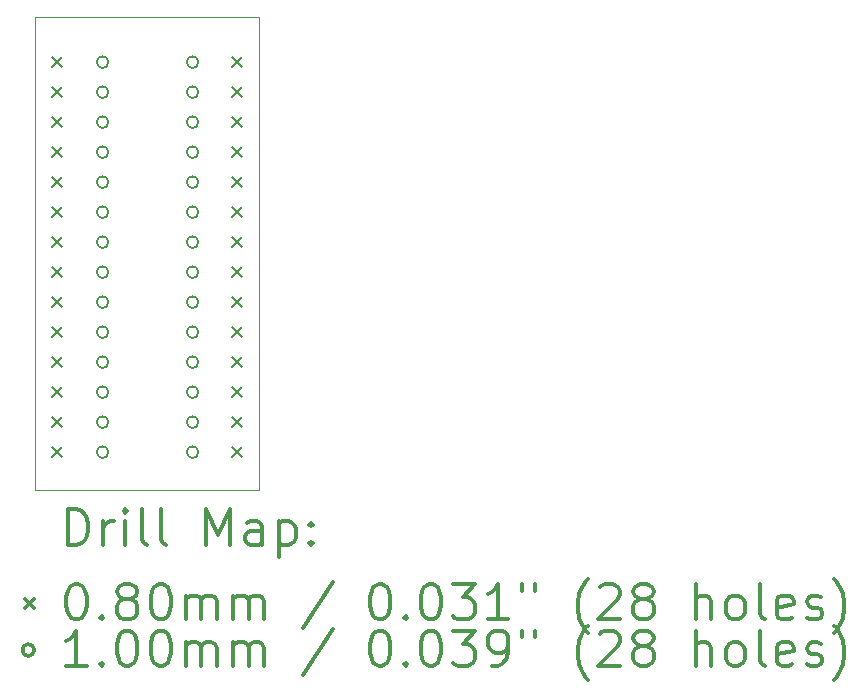
<source format=gbr>
%FSLAX45Y45*%
G04 Gerber Fmt 4.5, Leading zero omitted, Abs format (unit mm)*
G04 Created by KiCad (PCBNEW (5.1.9)-1) date 2021-11-21 23:01:41*
%MOMM*%
%LPD*%
G01*
G04 APERTURE LIST*
%TA.AperFunction,Profile*%
%ADD10C,0.050000*%
%TD*%
%ADD11C,0.200000*%
%ADD12C,0.300000*%
G04 APERTURE END LIST*
D10*
X13900000Y-9900000D02*
X13900000Y-5900000D01*
X15800000Y-9900000D02*
X13900000Y-9900000D01*
X15800000Y-5900000D02*
X15800000Y-9900000D01*
X13900000Y-5900000D02*
X15800000Y-5900000D01*
D11*
X14050000Y-6240000D02*
X14130000Y-6320000D01*
X14130000Y-6240000D02*
X14050000Y-6320000D01*
X14050000Y-6494000D02*
X14130000Y-6574000D01*
X14130000Y-6494000D02*
X14050000Y-6574000D01*
X14050000Y-6748000D02*
X14130000Y-6828000D01*
X14130000Y-6748000D02*
X14050000Y-6828000D01*
X14050000Y-7002000D02*
X14130000Y-7082000D01*
X14130000Y-7002000D02*
X14050000Y-7082000D01*
X14050000Y-7256000D02*
X14130000Y-7336000D01*
X14130000Y-7256000D02*
X14050000Y-7336000D01*
X14050000Y-7510000D02*
X14130000Y-7590000D01*
X14130000Y-7510000D02*
X14050000Y-7590000D01*
X14050000Y-7764000D02*
X14130000Y-7844000D01*
X14130000Y-7764000D02*
X14050000Y-7844000D01*
X14050000Y-8018000D02*
X14130000Y-8098000D01*
X14130000Y-8018000D02*
X14050000Y-8098000D01*
X14050000Y-8272000D02*
X14130000Y-8352000D01*
X14130000Y-8272000D02*
X14050000Y-8352000D01*
X14050000Y-8526000D02*
X14130000Y-8606000D01*
X14130000Y-8526000D02*
X14050000Y-8606000D01*
X14050000Y-8780000D02*
X14130000Y-8860000D01*
X14130000Y-8780000D02*
X14050000Y-8860000D01*
X14050000Y-9034000D02*
X14130000Y-9114000D01*
X14130000Y-9034000D02*
X14050000Y-9114000D01*
X14050000Y-9288000D02*
X14130000Y-9368000D01*
X14130000Y-9288000D02*
X14050000Y-9368000D01*
X14050000Y-9542000D02*
X14130000Y-9622000D01*
X14130000Y-9542000D02*
X14050000Y-9622000D01*
X15574000Y-6240000D02*
X15654000Y-6320000D01*
X15654000Y-6240000D02*
X15574000Y-6320000D01*
X15574000Y-6494000D02*
X15654000Y-6574000D01*
X15654000Y-6494000D02*
X15574000Y-6574000D01*
X15574000Y-6748000D02*
X15654000Y-6828000D01*
X15654000Y-6748000D02*
X15574000Y-6828000D01*
X15574000Y-7002000D02*
X15654000Y-7082000D01*
X15654000Y-7002000D02*
X15574000Y-7082000D01*
X15574000Y-7256000D02*
X15654000Y-7336000D01*
X15654000Y-7256000D02*
X15574000Y-7336000D01*
X15574000Y-7510000D02*
X15654000Y-7590000D01*
X15654000Y-7510000D02*
X15574000Y-7590000D01*
X15574000Y-7764000D02*
X15654000Y-7844000D01*
X15654000Y-7764000D02*
X15574000Y-7844000D01*
X15574000Y-8018000D02*
X15654000Y-8098000D01*
X15654000Y-8018000D02*
X15574000Y-8098000D01*
X15574000Y-8272000D02*
X15654000Y-8352000D01*
X15654000Y-8272000D02*
X15574000Y-8352000D01*
X15574000Y-8526000D02*
X15654000Y-8606000D01*
X15654000Y-8526000D02*
X15574000Y-8606000D01*
X15574000Y-8780000D02*
X15654000Y-8860000D01*
X15654000Y-8780000D02*
X15574000Y-8860000D01*
X15574000Y-9034000D02*
X15654000Y-9114000D01*
X15654000Y-9034000D02*
X15574000Y-9114000D01*
X15574000Y-9288000D02*
X15654000Y-9368000D01*
X15654000Y-9288000D02*
X15574000Y-9368000D01*
X15574000Y-9542000D02*
X15654000Y-9622000D01*
X15654000Y-9542000D02*
X15574000Y-9622000D01*
X14526000Y-6280000D02*
G75*
G03*
X14526000Y-6280000I-50000J0D01*
G01*
X14526000Y-6534000D02*
G75*
G03*
X14526000Y-6534000I-50000J0D01*
G01*
X14526000Y-6788000D02*
G75*
G03*
X14526000Y-6788000I-50000J0D01*
G01*
X14526000Y-7042000D02*
G75*
G03*
X14526000Y-7042000I-50000J0D01*
G01*
X14526000Y-7296000D02*
G75*
G03*
X14526000Y-7296000I-50000J0D01*
G01*
X14526000Y-7550000D02*
G75*
G03*
X14526000Y-7550000I-50000J0D01*
G01*
X14526000Y-7804000D02*
G75*
G03*
X14526000Y-7804000I-50000J0D01*
G01*
X14526000Y-8058000D02*
G75*
G03*
X14526000Y-8058000I-50000J0D01*
G01*
X14526000Y-8312000D02*
G75*
G03*
X14526000Y-8312000I-50000J0D01*
G01*
X14526000Y-8566000D02*
G75*
G03*
X14526000Y-8566000I-50000J0D01*
G01*
X14526000Y-8820000D02*
G75*
G03*
X14526000Y-8820000I-50000J0D01*
G01*
X14526000Y-9074000D02*
G75*
G03*
X14526000Y-9074000I-50000J0D01*
G01*
X14526000Y-9328000D02*
G75*
G03*
X14526000Y-9328000I-50000J0D01*
G01*
X14526000Y-9582000D02*
G75*
G03*
X14526000Y-9582000I-50000J0D01*
G01*
X15288000Y-6280000D02*
G75*
G03*
X15288000Y-6280000I-50000J0D01*
G01*
X15288000Y-6534000D02*
G75*
G03*
X15288000Y-6534000I-50000J0D01*
G01*
X15288000Y-6788000D02*
G75*
G03*
X15288000Y-6788000I-50000J0D01*
G01*
X15288000Y-7042000D02*
G75*
G03*
X15288000Y-7042000I-50000J0D01*
G01*
X15288000Y-7296000D02*
G75*
G03*
X15288000Y-7296000I-50000J0D01*
G01*
X15288000Y-7550000D02*
G75*
G03*
X15288000Y-7550000I-50000J0D01*
G01*
X15288000Y-7804000D02*
G75*
G03*
X15288000Y-7804000I-50000J0D01*
G01*
X15288000Y-8058000D02*
G75*
G03*
X15288000Y-8058000I-50000J0D01*
G01*
X15288000Y-8312000D02*
G75*
G03*
X15288000Y-8312000I-50000J0D01*
G01*
X15288000Y-8566000D02*
G75*
G03*
X15288000Y-8566000I-50000J0D01*
G01*
X15288000Y-8820000D02*
G75*
G03*
X15288000Y-8820000I-50000J0D01*
G01*
X15288000Y-9074000D02*
G75*
G03*
X15288000Y-9074000I-50000J0D01*
G01*
X15288000Y-9328000D02*
G75*
G03*
X15288000Y-9328000I-50000J0D01*
G01*
X15288000Y-9582000D02*
G75*
G03*
X15288000Y-9582000I-50000J0D01*
G01*
D12*
X14183928Y-10368214D02*
X14183928Y-10068214D01*
X14255357Y-10068214D01*
X14298214Y-10082500D01*
X14326786Y-10111072D01*
X14341071Y-10139643D01*
X14355357Y-10196786D01*
X14355357Y-10239643D01*
X14341071Y-10296786D01*
X14326786Y-10325357D01*
X14298214Y-10353929D01*
X14255357Y-10368214D01*
X14183928Y-10368214D01*
X14483928Y-10368214D02*
X14483928Y-10168214D01*
X14483928Y-10225357D02*
X14498214Y-10196786D01*
X14512500Y-10182500D01*
X14541071Y-10168214D01*
X14569643Y-10168214D01*
X14669643Y-10368214D02*
X14669643Y-10168214D01*
X14669643Y-10068214D02*
X14655357Y-10082500D01*
X14669643Y-10096786D01*
X14683928Y-10082500D01*
X14669643Y-10068214D01*
X14669643Y-10096786D01*
X14855357Y-10368214D02*
X14826786Y-10353929D01*
X14812500Y-10325357D01*
X14812500Y-10068214D01*
X15012500Y-10368214D02*
X14983928Y-10353929D01*
X14969643Y-10325357D01*
X14969643Y-10068214D01*
X15355357Y-10368214D02*
X15355357Y-10068214D01*
X15455357Y-10282500D01*
X15555357Y-10068214D01*
X15555357Y-10368214D01*
X15826786Y-10368214D02*
X15826786Y-10211072D01*
X15812500Y-10182500D01*
X15783928Y-10168214D01*
X15726786Y-10168214D01*
X15698214Y-10182500D01*
X15826786Y-10353929D02*
X15798214Y-10368214D01*
X15726786Y-10368214D01*
X15698214Y-10353929D01*
X15683928Y-10325357D01*
X15683928Y-10296786D01*
X15698214Y-10268214D01*
X15726786Y-10253929D01*
X15798214Y-10253929D01*
X15826786Y-10239643D01*
X15969643Y-10168214D02*
X15969643Y-10468214D01*
X15969643Y-10182500D02*
X15998214Y-10168214D01*
X16055357Y-10168214D01*
X16083928Y-10182500D01*
X16098214Y-10196786D01*
X16112500Y-10225357D01*
X16112500Y-10311072D01*
X16098214Y-10339643D01*
X16083928Y-10353929D01*
X16055357Y-10368214D01*
X15998214Y-10368214D01*
X15969643Y-10353929D01*
X16241071Y-10339643D02*
X16255357Y-10353929D01*
X16241071Y-10368214D01*
X16226786Y-10353929D01*
X16241071Y-10339643D01*
X16241071Y-10368214D01*
X16241071Y-10182500D02*
X16255357Y-10196786D01*
X16241071Y-10211072D01*
X16226786Y-10196786D01*
X16241071Y-10182500D01*
X16241071Y-10211072D01*
X13817500Y-10822500D02*
X13897500Y-10902500D01*
X13897500Y-10822500D02*
X13817500Y-10902500D01*
X14241071Y-10698214D02*
X14269643Y-10698214D01*
X14298214Y-10712500D01*
X14312500Y-10726786D01*
X14326786Y-10755357D01*
X14341071Y-10812500D01*
X14341071Y-10883929D01*
X14326786Y-10941072D01*
X14312500Y-10969643D01*
X14298214Y-10983929D01*
X14269643Y-10998214D01*
X14241071Y-10998214D01*
X14212500Y-10983929D01*
X14198214Y-10969643D01*
X14183928Y-10941072D01*
X14169643Y-10883929D01*
X14169643Y-10812500D01*
X14183928Y-10755357D01*
X14198214Y-10726786D01*
X14212500Y-10712500D01*
X14241071Y-10698214D01*
X14469643Y-10969643D02*
X14483928Y-10983929D01*
X14469643Y-10998214D01*
X14455357Y-10983929D01*
X14469643Y-10969643D01*
X14469643Y-10998214D01*
X14655357Y-10826786D02*
X14626786Y-10812500D01*
X14612500Y-10798214D01*
X14598214Y-10769643D01*
X14598214Y-10755357D01*
X14612500Y-10726786D01*
X14626786Y-10712500D01*
X14655357Y-10698214D01*
X14712500Y-10698214D01*
X14741071Y-10712500D01*
X14755357Y-10726786D01*
X14769643Y-10755357D01*
X14769643Y-10769643D01*
X14755357Y-10798214D01*
X14741071Y-10812500D01*
X14712500Y-10826786D01*
X14655357Y-10826786D01*
X14626786Y-10841072D01*
X14612500Y-10855357D01*
X14598214Y-10883929D01*
X14598214Y-10941072D01*
X14612500Y-10969643D01*
X14626786Y-10983929D01*
X14655357Y-10998214D01*
X14712500Y-10998214D01*
X14741071Y-10983929D01*
X14755357Y-10969643D01*
X14769643Y-10941072D01*
X14769643Y-10883929D01*
X14755357Y-10855357D01*
X14741071Y-10841072D01*
X14712500Y-10826786D01*
X14955357Y-10698214D02*
X14983928Y-10698214D01*
X15012500Y-10712500D01*
X15026786Y-10726786D01*
X15041071Y-10755357D01*
X15055357Y-10812500D01*
X15055357Y-10883929D01*
X15041071Y-10941072D01*
X15026786Y-10969643D01*
X15012500Y-10983929D01*
X14983928Y-10998214D01*
X14955357Y-10998214D01*
X14926786Y-10983929D01*
X14912500Y-10969643D01*
X14898214Y-10941072D01*
X14883928Y-10883929D01*
X14883928Y-10812500D01*
X14898214Y-10755357D01*
X14912500Y-10726786D01*
X14926786Y-10712500D01*
X14955357Y-10698214D01*
X15183928Y-10998214D02*
X15183928Y-10798214D01*
X15183928Y-10826786D02*
X15198214Y-10812500D01*
X15226786Y-10798214D01*
X15269643Y-10798214D01*
X15298214Y-10812500D01*
X15312500Y-10841072D01*
X15312500Y-10998214D01*
X15312500Y-10841072D02*
X15326786Y-10812500D01*
X15355357Y-10798214D01*
X15398214Y-10798214D01*
X15426786Y-10812500D01*
X15441071Y-10841072D01*
X15441071Y-10998214D01*
X15583928Y-10998214D02*
X15583928Y-10798214D01*
X15583928Y-10826786D02*
X15598214Y-10812500D01*
X15626786Y-10798214D01*
X15669643Y-10798214D01*
X15698214Y-10812500D01*
X15712500Y-10841072D01*
X15712500Y-10998214D01*
X15712500Y-10841072D02*
X15726786Y-10812500D01*
X15755357Y-10798214D01*
X15798214Y-10798214D01*
X15826786Y-10812500D01*
X15841071Y-10841072D01*
X15841071Y-10998214D01*
X16426786Y-10683929D02*
X16169643Y-11069643D01*
X16812500Y-10698214D02*
X16841071Y-10698214D01*
X16869643Y-10712500D01*
X16883928Y-10726786D01*
X16898214Y-10755357D01*
X16912500Y-10812500D01*
X16912500Y-10883929D01*
X16898214Y-10941072D01*
X16883928Y-10969643D01*
X16869643Y-10983929D01*
X16841071Y-10998214D01*
X16812500Y-10998214D01*
X16783928Y-10983929D01*
X16769643Y-10969643D01*
X16755357Y-10941072D01*
X16741071Y-10883929D01*
X16741071Y-10812500D01*
X16755357Y-10755357D01*
X16769643Y-10726786D01*
X16783928Y-10712500D01*
X16812500Y-10698214D01*
X17041071Y-10969643D02*
X17055357Y-10983929D01*
X17041071Y-10998214D01*
X17026786Y-10983929D01*
X17041071Y-10969643D01*
X17041071Y-10998214D01*
X17241071Y-10698214D02*
X17269643Y-10698214D01*
X17298214Y-10712500D01*
X17312500Y-10726786D01*
X17326786Y-10755357D01*
X17341071Y-10812500D01*
X17341071Y-10883929D01*
X17326786Y-10941072D01*
X17312500Y-10969643D01*
X17298214Y-10983929D01*
X17269643Y-10998214D01*
X17241071Y-10998214D01*
X17212500Y-10983929D01*
X17198214Y-10969643D01*
X17183928Y-10941072D01*
X17169643Y-10883929D01*
X17169643Y-10812500D01*
X17183928Y-10755357D01*
X17198214Y-10726786D01*
X17212500Y-10712500D01*
X17241071Y-10698214D01*
X17441071Y-10698214D02*
X17626786Y-10698214D01*
X17526786Y-10812500D01*
X17569643Y-10812500D01*
X17598214Y-10826786D01*
X17612500Y-10841072D01*
X17626786Y-10869643D01*
X17626786Y-10941072D01*
X17612500Y-10969643D01*
X17598214Y-10983929D01*
X17569643Y-10998214D01*
X17483928Y-10998214D01*
X17455357Y-10983929D01*
X17441071Y-10969643D01*
X17912500Y-10998214D02*
X17741071Y-10998214D01*
X17826786Y-10998214D02*
X17826786Y-10698214D01*
X17798214Y-10741072D01*
X17769643Y-10769643D01*
X17741071Y-10783929D01*
X18026786Y-10698214D02*
X18026786Y-10755357D01*
X18141071Y-10698214D02*
X18141071Y-10755357D01*
X18583928Y-11112500D02*
X18569643Y-11098214D01*
X18541071Y-11055357D01*
X18526786Y-11026786D01*
X18512500Y-10983929D01*
X18498214Y-10912500D01*
X18498214Y-10855357D01*
X18512500Y-10783929D01*
X18526786Y-10741072D01*
X18541071Y-10712500D01*
X18569643Y-10669643D01*
X18583928Y-10655357D01*
X18683928Y-10726786D02*
X18698214Y-10712500D01*
X18726786Y-10698214D01*
X18798214Y-10698214D01*
X18826786Y-10712500D01*
X18841071Y-10726786D01*
X18855357Y-10755357D01*
X18855357Y-10783929D01*
X18841071Y-10826786D01*
X18669643Y-10998214D01*
X18855357Y-10998214D01*
X19026786Y-10826786D02*
X18998214Y-10812500D01*
X18983928Y-10798214D01*
X18969643Y-10769643D01*
X18969643Y-10755357D01*
X18983928Y-10726786D01*
X18998214Y-10712500D01*
X19026786Y-10698214D01*
X19083928Y-10698214D01*
X19112500Y-10712500D01*
X19126786Y-10726786D01*
X19141071Y-10755357D01*
X19141071Y-10769643D01*
X19126786Y-10798214D01*
X19112500Y-10812500D01*
X19083928Y-10826786D01*
X19026786Y-10826786D01*
X18998214Y-10841072D01*
X18983928Y-10855357D01*
X18969643Y-10883929D01*
X18969643Y-10941072D01*
X18983928Y-10969643D01*
X18998214Y-10983929D01*
X19026786Y-10998214D01*
X19083928Y-10998214D01*
X19112500Y-10983929D01*
X19126786Y-10969643D01*
X19141071Y-10941072D01*
X19141071Y-10883929D01*
X19126786Y-10855357D01*
X19112500Y-10841072D01*
X19083928Y-10826786D01*
X19498214Y-10998214D02*
X19498214Y-10698214D01*
X19626786Y-10998214D02*
X19626786Y-10841072D01*
X19612500Y-10812500D01*
X19583928Y-10798214D01*
X19541071Y-10798214D01*
X19512500Y-10812500D01*
X19498214Y-10826786D01*
X19812500Y-10998214D02*
X19783928Y-10983929D01*
X19769643Y-10969643D01*
X19755357Y-10941072D01*
X19755357Y-10855357D01*
X19769643Y-10826786D01*
X19783928Y-10812500D01*
X19812500Y-10798214D01*
X19855357Y-10798214D01*
X19883928Y-10812500D01*
X19898214Y-10826786D01*
X19912500Y-10855357D01*
X19912500Y-10941072D01*
X19898214Y-10969643D01*
X19883928Y-10983929D01*
X19855357Y-10998214D01*
X19812500Y-10998214D01*
X20083928Y-10998214D02*
X20055357Y-10983929D01*
X20041071Y-10955357D01*
X20041071Y-10698214D01*
X20312500Y-10983929D02*
X20283928Y-10998214D01*
X20226786Y-10998214D01*
X20198214Y-10983929D01*
X20183928Y-10955357D01*
X20183928Y-10841072D01*
X20198214Y-10812500D01*
X20226786Y-10798214D01*
X20283928Y-10798214D01*
X20312500Y-10812500D01*
X20326786Y-10841072D01*
X20326786Y-10869643D01*
X20183928Y-10898214D01*
X20441071Y-10983929D02*
X20469643Y-10998214D01*
X20526786Y-10998214D01*
X20555357Y-10983929D01*
X20569643Y-10955357D01*
X20569643Y-10941072D01*
X20555357Y-10912500D01*
X20526786Y-10898214D01*
X20483928Y-10898214D01*
X20455357Y-10883929D01*
X20441071Y-10855357D01*
X20441071Y-10841072D01*
X20455357Y-10812500D01*
X20483928Y-10798214D01*
X20526786Y-10798214D01*
X20555357Y-10812500D01*
X20669643Y-11112500D02*
X20683928Y-11098214D01*
X20712500Y-11055357D01*
X20726786Y-11026786D01*
X20741071Y-10983929D01*
X20755357Y-10912500D01*
X20755357Y-10855357D01*
X20741071Y-10783929D01*
X20726786Y-10741072D01*
X20712500Y-10712500D01*
X20683928Y-10669643D01*
X20669643Y-10655357D01*
X13897500Y-11258500D02*
G75*
G03*
X13897500Y-11258500I-50000J0D01*
G01*
X14341071Y-11394214D02*
X14169643Y-11394214D01*
X14255357Y-11394214D02*
X14255357Y-11094214D01*
X14226786Y-11137072D01*
X14198214Y-11165643D01*
X14169643Y-11179929D01*
X14469643Y-11365643D02*
X14483928Y-11379929D01*
X14469643Y-11394214D01*
X14455357Y-11379929D01*
X14469643Y-11365643D01*
X14469643Y-11394214D01*
X14669643Y-11094214D02*
X14698214Y-11094214D01*
X14726786Y-11108500D01*
X14741071Y-11122786D01*
X14755357Y-11151357D01*
X14769643Y-11208500D01*
X14769643Y-11279929D01*
X14755357Y-11337071D01*
X14741071Y-11365643D01*
X14726786Y-11379929D01*
X14698214Y-11394214D01*
X14669643Y-11394214D01*
X14641071Y-11379929D01*
X14626786Y-11365643D01*
X14612500Y-11337071D01*
X14598214Y-11279929D01*
X14598214Y-11208500D01*
X14612500Y-11151357D01*
X14626786Y-11122786D01*
X14641071Y-11108500D01*
X14669643Y-11094214D01*
X14955357Y-11094214D02*
X14983928Y-11094214D01*
X15012500Y-11108500D01*
X15026786Y-11122786D01*
X15041071Y-11151357D01*
X15055357Y-11208500D01*
X15055357Y-11279929D01*
X15041071Y-11337071D01*
X15026786Y-11365643D01*
X15012500Y-11379929D01*
X14983928Y-11394214D01*
X14955357Y-11394214D01*
X14926786Y-11379929D01*
X14912500Y-11365643D01*
X14898214Y-11337071D01*
X14883928Y-11279929D01*
X14883928Y-11208500D01*
X14898214Y-11151357D01*
X14912500Y-11122786D01*
X14926786Y-11108500D01*
X14955357Y-11094214D01*
X15183928Y-11394214D02*
X15183928Y-11194214D01*
X15183928Y-11222786D02*
X15198214Y-11208500D01*
X15226786Y-11194214D01*
X15269643Y-11194214D01*
X15298214Y-11208500D01*
X15312500Y-11237071D01*
X15312500Y-11394214D01*
X15312500Y-11237071D02*
X15326786Y-11208500D01*
X15355357Y-11194214D01*
X15398214Y-11194214D01*
X15426786Y-11208500D01*
X15441071Y-11237071D01*
X15441071Y-11394214D01*
X15583928Y-11394214D02*
X15583928Y-11194214D01*
X15583928Y-11222786D02*
X15598214Y-11208500D01*
X15626786Y-11194214D01*
X15669643Y-11194214D01*
X15698214Y-11208500D01*
X15712500Y-11237071D01*
X15712500Y-11394214D01*
X15712500Y-11237071D02*
X15726786Y-11208500D01*
X15755357Y-11194214D01*
X15798214Y-11194214D01*
X15826786Y-11208500D01*
X15841071Y-11237071D01*
X15841071Y-11394214D01*
X16426786Y-11079929D02*
X16169643Y-11465643D01*
X16812500Y-11094214D02*
X16841071Y-11094214D01*
X16869643Y-11108500D01*
X16883928Y-11122786D01*
X16898214Y-11151357D01*
X16912500Y-11208500D01*
X16912500Y-11279929D01*
X16898214Y-11337071D01*
X16883928Y-11365643D01*
X16869643Y-11379929D01*
X16841071Y-11394214D01*
X16812500Y-11394214D01*
X16783928Y-11379929D01*
X16769643Y-11365643D01*
X16755357Y-11337071D01*
X16741071Y-11279929D01*
X16741071Y-11208500D01*
X16755357Y-11151357D01*
X16769643Y-11122786D01*
X16783928Y-11108500D01*
X16812500Y-11094214D01*
X17041071Y-11365643D02*
X17055357Y-11379929D01*
X17041071Y-11394214D01*
X17026786Y-11379929D01*
X17041071Y-11365643D01*
X17041071Y-11394214D01*
X17241071Y-11094214D02*
X17269643Y-11094214D01*
X17298214Y-11108500D01*
X17312500Y-11122786D01*
X17326786Y-11151357D01*
X17341071Y-11208500D01*
X17341071Y-11279929D01*
X17326786Y-11337071D01*
X17312500Y-11365643D01*
X17298214Y-11379929D01*
X17269643Y-11394214D01*
X17241071Y-11394214D01*
X17212500Y-11379929D01*
X17198214Y-11365643D01*
X17183928Y-11337071D01*
X17169643Y-11279929D01*
X17169643Y-11208500D01*
X17183928Y-11151357D01*
X17198214Y-11122786D01*
X17212500Y-11108500D01*
X17241071Y-11094214D01*
X17441071Y-11094214D02*
X17626786Y-11094214D01*
X17526786Y-11208500D01*
X17569643Y-11208500D01*
X17598214Y-11222786D01*
X17612500Y-11237071D01*
X17626786Y-11265643D01*
X17626786Y-11337071D01*
X17612500Y-11365643D01*
X17598214Y-11379929D01*
X17569643Y-11394214D01*
X17483928Y-11394214D01*
X17455357Y-11379929D01*
X17441071Y-11365643D01*
X17769643Y-11394214D02*
X17826786Y-11394214D01*
X17855357Y-11379929D01*
X17869643Y-11365643D01*
X17898214Y-11322786D01*
X17912500Y-11265643D01*
X17912500Y-11151357D01*
X17898214Y-11122786D01*
X17883928Y-11108500D01*
X17855357Y-11094214D01*
X17798214Y-11094214D01*
X17769643Y-11108500D01*
X17755357Y-11122786D01*
X17741071Y-11151357D01*
X17741071Y-11222786D01*
X17755357Y-11251357D01*
X17769643Y-11265643D01*
X17798214Y-11279929D01*
X17855357Y-11279929D01*
X17883928Y-11265643D01*
X17898214Y-11251357D01*
X17912500Y-11222786D01*
X18026786Y-11094214D02*
X18026786Y-11151357D01*
X18141071Y-11094214D02*
X18141071Y-11151357D01*
X18583928Y-11508500D02*
X18569643Y-11494214D01*
X18541071Y-11451357D01*
X18526786Y-11422786D01*
X18512500Y-11379929D01*
X18498214Y-11308500D01*
X18498214Y-11251357D01*
X18512500Y-11179929D01*
X18526786Y-11137072D01*
X18541071Y-11108500D01*
X18569643Y-11065643D01*
X18583928Y-11051357D01*
X18683928Y-11122786D02*
X18698214Y-11108500D01*
X18726786Y-11094214D01*
X18798214Y-11094214D01*
X18826786Y-11108500D01*
X18841071Y-11122786D01*
X18855357Y-11151357D01*
X18855357Y-11179929D01*
X18841071Y-11222786D01*
X18669643Y-11394214D01*
X18855357Y-11394214D01*
X19026786Y-11222786D02*
X18998214Y-11208500D01*
X18983928Y-11194214D01*
X18969643Y-11165643D01*
X18969643Y-11151357D01*
X18983928Y-11122786D01*
X18998214Y-11108500D01*
X19026786Y-11094214D01*
X19083928Y-11094214D01*
X19112500Y-11108500D01*
X19126786Y-11122786D01*
X19141071Y-11151357D01*
X19141071Y-11165643D01*
X19126786Y-11194214D01*
X19112500Y-11208500D01*
X19083928Y-11222786D01*
X19026786Y-11222786D01*
X18998214Y-11237071D01*
X18983928Y-11251357D01*
X18969643Y-11279929D01*
X18969643Y-11337071D01*
X18983928Y-11365643D01*
X18998214Y-11379929D01*
X19026786Y-11394214D01*
X19083928Y-11394214D01*
X19112500Y-11379929D01*
X19126786Y-11365643D01*
X19141071Y-11337071D01*
X19141071Y-11279929D01*
X19126786Y-11251357D01*
X19112500Y-11237071D01*
X19083928Y-11222786D01*
X19498214Y-11394214D02*
X19498214Y-11094214D01*
X19626786Y-11394214D02*
X19626786Y-11237071D01*
X19612500Y-11208500D01*
X19583928Y-11194214D01*
X19541071Y-11194214D01*
X19512500Y-11208500D01*
X19498214Y-11222786D01*
X19812500Y-11394214D02*
X19783928Y-11379929D01*
X19769643Y-11365643D01*
X19755357Y-11337071D01*
X19755357Y-11251357D01*
X19769643Y-11222786D01*
X19783928Y-11208500D01*
X19812500Y-11194214D01*
X19855357Y-11194214D01*
X19883928Y-11208500D01*
X19898214Y-11222786D01*
X19912500Y-11251357D01*
X19912500Y-11337071D01*
X19898214Y-11365643D01*
X19883928Y-11379929D01*
X19855357Y-11394214D01*
X19812500Y-11394214D01*
X20083928Y-11394214D02*
X20055357Y-11379929D01*
X20041071Y-11351357D01*
X20041071Y-11094214D01*
X20312500Y-11379929D02*
X20283928Y-11394214D01*
X20226786Y-11394214D01*
X20198214Y-11379929D01*
X20183928Y-11351357D01*
X20183928Y-11237071D01*
X20198214Y-11208500D01*
X20226786Y-11194214D01*
X20283928Y-11194214D01*
X20312500Y-11208500D01*
X20326786Y-11237071D01*
X20326786Y-11265643D01*
X20183928Y-11294214D01*
X20441071Y-11379929D02*
X20469643Y-11394214D01*
X20526786Y-11394214D01*
X20555357Y-11379929D01*
X20569643Y-11351357D01*
X20569643Y-11337071D01*
X20555357Y-11308500D01*
X20526786Y-11294214D01*
X20483928Y-11294214D01*
X20455357Y-11279929D01*
X20441071Y-11251357D01*
X20441071Y-11237071D01*
X20455357Y-11208500D01*
X20483928Y-11194214D01*
X20526786Y-11194214D01*
X20555357Y-11208500D01*
X20669643Y-11508500D02*
X20683928Y-11494214D01*
X20712500Y-11451357D01*
X20726786Y-11422786D01*
X20741071Y-11379929D01*
X20755357Y-11308500D01*
X20755357Y-11251357D01*
X20741071Y-11179929D01*
X20726786Y-11137072D01*
X20712500Y-11108500D01*
X20683928Y-11065643D01*
X20669643Y-11051357D01*
M02*

</source>
